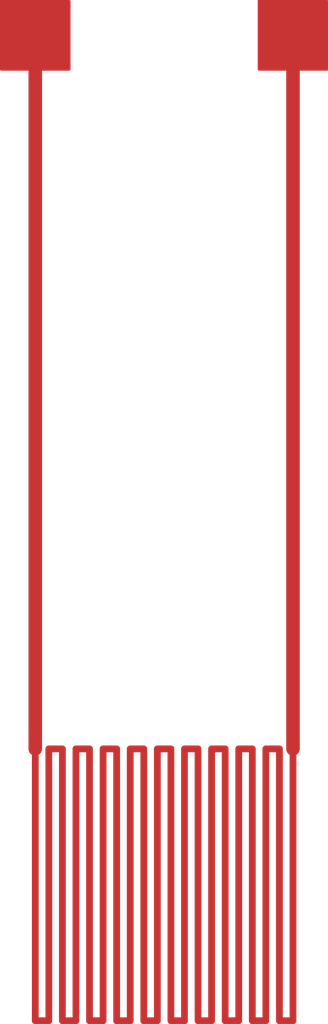
<source format=kicad_pcb>
(kicad_pcb
	(version 20241229)
	(generator "pcbnew")
	(generator_version "9.0")
	(general
		(thickness 1.6)
		(legacy_teardrops no)
	)
	(paper "A4")
	(layers
		(0 "F.Cu" signal)
		(2 "B.Cu" signal)
		(9 "F.Adhes" user "F.Adhesive")
		(11 "B.Adhes" user "B.Adhesive")
		(13 "F.Paste" user)
		(15 "B.Paste" user)
		(5 "F.SilkS" user "F.Silkscreen")
		(7 "B.SilkS" user "B.Silkscreen")
		(1 "F.Mask" user)
		(3 "B.Mask" user)
		(17 "Dwgs.User" user "User.Drawings")
		(19 "Cmts.User" user "User.Comments")
		(21 "Eco1.User" user "User.Eco1")
		(23 "Eco2.User" user "User.Eco2")
		(25 "Edge.Cuts" user)
		(27 "Margin" user)
		(31 "F.CrtYd" user "F.Courtyard")
		(29 "B.CrtYd" user "B.Courtyard")
		(35 "F.Fab" user)
		(33 "B.Fab" user)
		(39 "User.1" user)
		(41 "User.2" user)
		(43 "User.3" user)
		(45 "User.4" user)
	)
	(setup
		(pad_to_mask_clearance 0)
		(allow_soldermask_bridges_in_footprints no)
		(tenting front back)
		(pcbplotparams
			(layerselection 0x00000000_00000000_55555555_55555555)
			(plot_on_all_layers_selection 0x00000000_00000000_00000000_00000000)
			(disableapertmacros no)
			(usegerberextensions no)
			(usegerberattributes yes)
			(usegerberadvancedattributes yes)
			(creategerberjobfile yes)
			(dashed_line_dash_ratio 12.000000)
			(dashed_line_gap_ratio 3.000000)
			(svgprecision 4)
			(plotframeref no)
			(mode 1)
			(useauxorigin no)
			(hpglpennumber 1)
			(hpglpenspeed 20)
			(hpglpendiameter 15.000000)
			(pdf_front_fp_property_popups yes)
			(pdf_back_fp_property_popups yes)
			(pdf_metadata yes)
			(pdf_single_document no)
			(dxfpolygonmode yes)
			(dxfimperialunits yes)
			(dxfusepcbnewfont yes)
			(psnegative no)
			(psa4output no)
			(plot_black_and_white yes)
			(plotinvisibletext no)
			(sketchpadsonfab no)
			(plotpadnumbers no)
			(hidednponfab no)
			(sketchdnponfab yes)
			(crossoutdnponfab yes)
			(subtractmaskfromsilk no)
			(outputformat 1)
			(mirror no)
			(drillshape 0)
			(scaleselection 1)
			(outputdirectory "")
		)
	)
	(net 0 "")
	(gr_rect
		(start 97.5 97.5)
		(end 102.5 102.5)
		(stroke
			(width 0.2)
			(type solid)
		)
		(fill yes)
		(layer "F.Cu")
		(uuid "62e41299-3546-42e4-b6a6-1eb5bd734887")
	)
	(gr_rect
		(start 116.5 97.5)
		(end 121.5 102.5)
		(stroke
			(width 0.2)
			(type solid)
		)
		(fill yes)
		(layer "F.Cu")
		(uuid "b418bac5-2c11-428e-9616-8ffac05325ff")
	)
	(segment
		(start 118 172.5)
		(end 119 172.5)
		(width 0.5)
		(layer "F.Cu")
		(net 0)
		(uuid "050654a0-5a69-4048-965b-39afbecf12e5")
	)
	(segment
		(start 111 172.5)
		(end 111 152.5)
		(width 0.5)
		(layer "F.Cu")
		(net 0)
		(uuid "05e2062e-0c25-48eb-94dd-b3596ee9c0f3")
	)
	(segment
		(start 103 172.5)
		(end 103 152.5)
		(width 0.5)
		(layer "F.Cu")
		(net 0)
		(uuid "0999dc46-b880-48ab-8005-42a141b02527")
	)
	(segment
		(start 110 152.5)
		(end 110 172.5)
		(width 0.5)
		(layer "F.Cu")
		(net 0)
		(uuid "1e53fbe7-1ebc-4525-8f9d-4f8f76d34f6e")
	)
	(segment
		(start 115 172.5)
		(end 115 152.5)
		(width 0.5)
		(layer "F.Cu")
		(net 0)
		(uuid "212441b1-d82f-48be-bfba-b4b2b61c1205")
	)
	(segment
		(start 109 172.5)
		(end 109 152.5)
		(width 0.5)
		(layer "F.Cu")
		(net 0)
		(uuid "21b5d74c-3e3f-4679-981c-2512e12fc226")
	)
	(segment
		(start 109 152.5)
		(end 110 152.5)
		(width 0.5)
		(layer "F.Cu")
		(net 0)
		(uuid "28d84e41-cf61-436b-b3e4-c8da9e7df749")
	)
	(segment
		(start 100 100)
		(end 100 152.5)
		(width 1)
		(layer "F.Cu")
		(net 0)
		(uuid "28ec94d1-e251-45ec-8207-e1ecc6472417")
	)
	(segment
		(start 116 172.5)
		(end 117 172.5)
		(width 0.5)
		(layer "F.Cu")
		(net 0)
		(uuid "2990d3a2-cf33-4375-8b5d-533add002132")
	)
	(segment
		(start 100 152.5)
		(end 100 172.5)
		(width 0.5)
		(layer "F.Cu")
		(net 0)
		(uuid "338e419b-6496-4314-a02f-5d8ae78b416b")
	)
	(segment
		(start 108 152.5)
		(end 108 172.5)
		(width 0.5)
		(layer "F.Cu")
		(net 0)
		(uuid "39917038-1a3d-4e63-b00f-10793b2b506a")
	)
	(segment
		(start 104 152.5)
		(end 104 172.5)
		(width 0.5)
		(layer "F.Cu")
		(net 0)
		(uuid "3bfc8b4c-b1cd-45d3-bda8-c6fd1ac38b42")
	)
	(segment
		(start 112 152.5)
		(end 112 172.5)
		(width 0.5)
		(layer "F.Cu")
		(net 0)
		(uuid "3c028de0-63b3-4f8b-8201-7527f0a1519a")
	)
	(segment
		(start 114 152.5)
		(end 114 172.5)
		(width 0.5)
		(layer "F.Cu")
		(net 0)
		(uuid "43711bf2-40ef-4ba2-b676-83c1fbb822a6")
	)
	(segment
		(start 106 152.5)
		(end 106 172.5)
		(width 0.5)
		(layer "F.Cu")
		(net 0)
		(uuid "4c62ee11-c0e3-4c6d-a480-849ffbe3e37f")
	)
	(segment
		(start 111 152.5)
		(end 112 152.5)
		(width 0.5)
		(layer "F.Cu")
		(net 0)
		(uuid "530f1607-366a-4dd9-af34-99127d64e41b")
	)
	(segment
		(start 119 172.5)
		(end 119 152.5)
		(width 0.5)
		(layer "F.Cu")
		(net 0)
		(uuid "54a01806-8e0b-4833-bd2f-3ab473363248")
	)
	(segment
		(start 107 152.5)
		(end 108 152.5)
		(width 0.5)
		(layer "F.Cu")
		(net 0)
		(uuid "57d07386-6716-4eba-9293-5faeed486faa")
	)
	(segment
		(start 108 172.5)
		(end 109 172.5)
		(width 0.5)
		(layer "F.Cu")
		(net 0)
		(uuid "61a5cea7-982c-4c3a-88b1-7b7b6d88f745")
	)
	(segment
		(start 100 172.5)
		(end 101 172.5)
		(width 0.5)
		(layer "F.Cu")
		(net 0)
		(uuid "6a1924ef-74fe-4477-b217-f4c200aea85b")
	)
	(segment
		(start 104 172.5)
		(end 105 172.5)
		(width 0.5)
		(layer "F.Cu")
		(net 0)
		(uuid "89ad083a-0ec8-4077-a7d4-adf932b28f1f")
	)
	(segment
		(start 114 172.5)
		(end 115 172.5)
		(width 0.5)
		(layer "F.Cu")
		(net 0)
		(uuid "8fd4225b-cdc3-4619-8af1-35bb83cf2b92")
	)
	(segment
		(start 101 172.5)
		(end 101 152.5)
		(width 0.5)
		(layer "F.Cu")
		(net 0)
		(uuid "9c2f03ad-ad8c-4db9-802d-32fdd347c366")
	)
	(segment
		(start 113 172.5)
		(end 113 152.5)
		(width 0.5)
		(layer "F.Cu")
		(net 0)
		(uuid "a81a5725-9a25-49ef-b15e-974b8783f39e")
	)
	(segment
		(start 115 152.5)
		(end 116 152.5)
		(width 0.5)
		(layer "F.Cu")
		(net 0)
		(uuid "ac677efb-9306-43f0-a423-c9f00829730e")
	)
	(segment
		(start 112 172.5)
		(end 113 172.5)
		(width 0.5)
		(layer "F.Cu")
		(net 0)
		(uuid "b1de1bf0-bdf6-4e3c-88ca-1f6ec4f4d42b")
	)
	(segment
		(start 103 152.5)
		(end 104 152.5)
		(width 0.5)
		(layer "F.Cu")
		(net 0)
		(uuid "b292dd1e-c059-4558-9d59-17a58ca38195")
	)
	(segment
		(start 106 172.5)
		(end 107 172.5)
		(width 0.5)
		(layer "F.Cu")
		(net 0)
		(uuid "bc361d47-3ed3-4d7d-8a5a-9b53a06f7de7")
	)
	(segment
		(start 118 152.5)
		(end 118 172.5)
		(width 0.5)
		(layer "F.Cu")
		(net 0)
		(uuid "c1aa25f4-75cd-412e-89d5-a101cbcb8345")
	)
	(segment
		(start 102 172.5)
		(end 103 172.5)
		(width 0.5)
		(layer "F.Cu")
		(net 0)
		(uuid "c4241ca9-0a3f-4835-8e75-e88e2b4498ae")
	)
	(segment
		(start 110 172.5)
		(end 111 172.5)
		(width 0.5)
		(layer "F.Cu")
		(net 0)
		(uuid "cecbab45-303c-4ad2-a698-49a6416eee0d")
	)
	(segment
		(start 105 152.5)
		(end 106 152.5)
		(width 0.5)
		(layer "F.Cu")
		(net 0)
		(uuid "d071a23e-0487-4dbb-889a-e1e038304181")
	)
	(segment
		(start 102 152.5)
		(end 102 172.5)
		(width 0.5)
		(layer "F.Cu")
		(net 0)
		(uuid "d363229b-49cc-41bc-8d2b-53b3b7c54791")
	)
	(segment
		(start 117 152.5)
		(end 118 152.5)
		(width 0.5)
		(layer "F.Cu")
		(net 0)
		(uuid "d6715b30-7ceb-4e46-93fd-ec9bdab39a0f")
	)
	(segment
		(start 101 152.5)
		(end 102 152.5)
		(width 0.5)
		(layer "F.Cu")
		(net 0)
		(uuid "d8e44208-7433-4118-870b-45607441907b")
	)
	(segment
		(start 113 152.5)
		(end 114 152.5)
		(width 0.5)
		(layer "F.Cu")
		(net 0)
		(uuid "e697d5c1-752d-4259-a350-20aa6e34f91b")
	)
	(segment
		(start 117 172.5)
		(end 117 152.5)
		(width 0.5)
		(layer "F.Cu")
		(net 0)
		(uuid "e70a8da3-6fd8-4914-b875-f106c0fd1a53")
	)
	(segment
		(start 107 172.5)
		(end 107 152.5)
		(width 0.5)
		(layer "F.Cu")
		(net 0)
		(uuid "e821ac80-04d7-4a2c-89c4-4418eac417e1")
	)
	(segment
		(start 119 152.5)
		(end 119 100)
		(width 1)
		(layer "F.Cu")
		(net 0)
		(uuid "f528c4d3-dda5-413f-a6c7-34586057cded")
	)
	(segment
		(start 116 152.5)
		(end 116 172.5)
		(width 0.5)
		(layer "F.Cu")
		(net 0)
		(uuid "fb3ed02b-491e-4059-acf6-c655e0d4f0f3")
	)
	(segment
		(start 105 172.5)
		(end 105 152.5)
		(width 0.5)
		(layer "F.Cu")
		(net 0)
		(uuid "fec9fce4-c601-40db-bf2d-ab9213f19641")
	)
	(embedded_fonts no)
)

</source>
